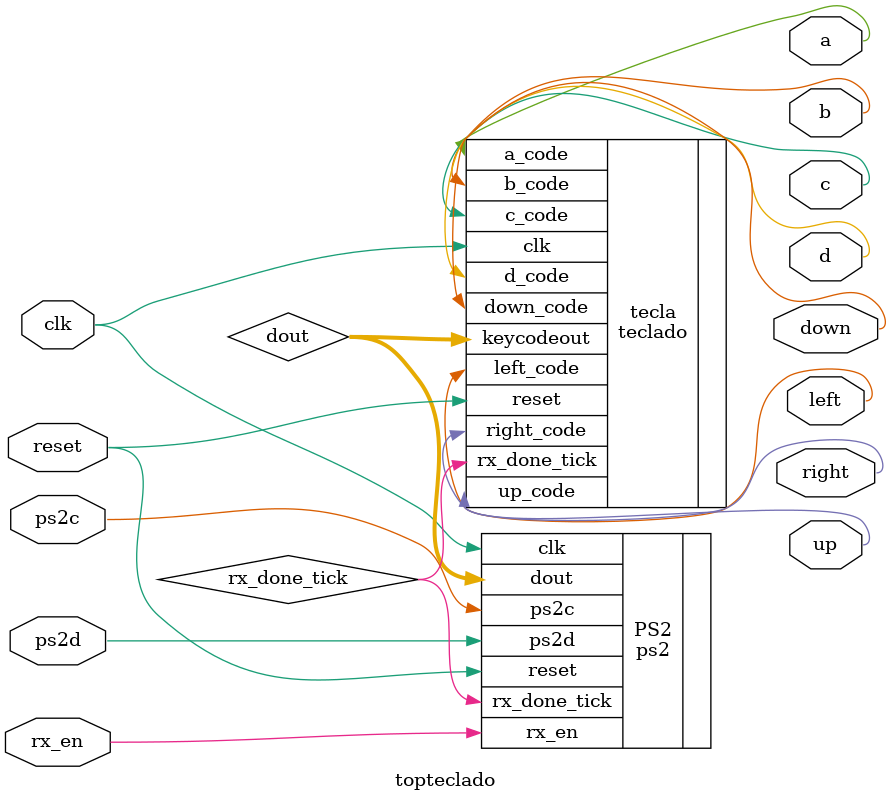
<source format=v>
`timescale 1ns / 1ps


module topteclado(
  input clk,reset,
  input ps2d,ps2c, rx_en,
  output a,b,c,d,up,down,left,right

  );

    wire [7:0] dout;
    wire rx_done_tick;


         ps2  PS2(
             .clk(clk),.reset(reset),
             .ps2d(ps2d),.ps2c(ps2c), .rx_en(rx_en),
             .rx_done_tick(rx_done_tick),
             .dout(dout)
           );

          teclado  tecla(
              .clk(clk),
              .reset(reset),
              .rx_done_tick(rx_done_tick),
              .keycodeout(dout),
              .a_code(a),
              .b_code(b),
              .c_code(c),
              .d_code(d),
              .up_code(up),
              .down_code(down),
              .left_code(left),
              .right_code(right)
          );



endmodule



</source>
